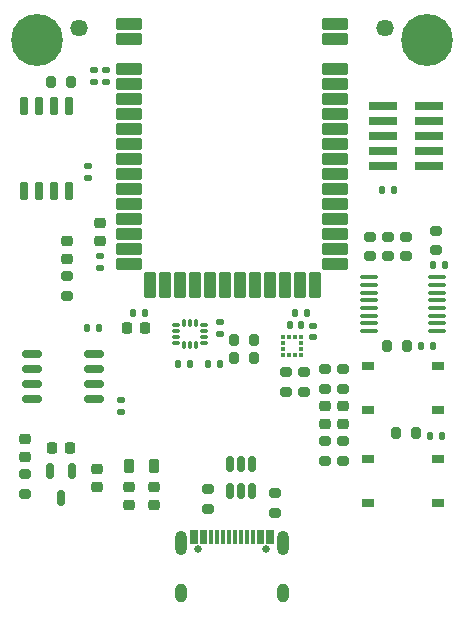
<source format=gbr>
%TF.GenerationSoftware,KiCad,Pcbnew,8.0.0*%
%TF.CreationDate,2024-05-19T21:12:01-04:00*%
%TF.ProjectId,nrf52-module-usb-carrier-hw,6e726635-322d-46d6-9f64-756c652d7573,rev?*%
%TF.SameCoordinates,PX5544200PY68a5100*%
%TF.FileFunction,Soldermask,Top*%
%TF.FilePolarity,Negative*%
%FSLAX46Y46*%
G04 Gerber Fmt 4.6, Leading zero omitted, Abs format (unit mm)*
G04 Created by KiCad (PCBNEW 8.0.0) date 2024-05-19 21:12:01*
%MOMM*%
%LPD*%
G01*
G04 APERTURE LIST*
G04 Aperture macros list*
%AMRoundRect*
0 Rectangle with rounded corners*
0 $1 Rounding radius*
0 $2 $3 $4 $5 $6 $7 $8 $9 X,Y pos of 4 corners*
0 Add a 4 corners polygon primitive as box body*
4,1,4,$2,$3,$4,$5,$6,$7,$8,$9,$2,$3,0*
0 Add four circle primitives for the rounded corners*
1,1,$1+$1,$2,$3*
1,1,$1+$1,$4,$5*
1,1,$1+$1,$6,$7*
1,1,$1+$1,$8,$9*
0 Add four rect primitives between the rounded corners*
20,1,$1+$1,$2,$3,$4,$5,0*
20,1,$1+$1,$4,$5,$6,$7,0*
20,1,$1+$1,$6,$7,$8,$9,0*
20,1,$1+$1,$8,$9,$2,$3,0*%
G04 Aperture macros list end*
%ADD10RoundRect,0.102000X-1.000000X-0.400000X1.000000X-0.400000X1.000000X0.400000X-1.000000X0.400000X0*%
%ADD11RoundRect,0.102000X-0.400000X-1.000000X0.400000X-1.000000X0.400000X1.000000X-0.400000X1.000000X0*%
%ADD12C,0.650000*%
%ADD13R,0.300000X1.150000*%
%ADD14O,1.000000X2.100000*%
%ADD15O,1.000000X1.600000*%
%ADD16RoundRect,0.225000X0.250000X-0.225000X0.250000X0.225000X-0.250000X0.225000X-0.250000X-0.225000X0*%
%ADD17RoundRect,0.200000X-0.200000X-0.275000X0.200000X-0.275000X0.200000X0.275000X-0.200000X0.275000X0*%
%ADD18RoundRect,0.200000X0.275000X-0.200000X0.275000X0.200000X-0.275000X0.200000X-0.275000X-0.200000X0*%
%ADD19RoundRect,0.200000X-0.275000X0.200000X-0.275000X-0.200000X0.275000X-0.200000X0.275000X0.200000X0*%
%ADD20C,4.400000*%
%ADD21RoundRect,0.225000X-0.250000X0.225000X-0.250000X-0.225000X0.250000X-0.225000X0.250000X0.225000X0*%
%ADD22RoundRect,0.140000X0.170000X-0.140000X0.170000X0.140000X-0.170000X0.140000X-0.170000X-0.140000X0*%
%ADD23RoundRect,0.140000X-0.140000X-0.170000X0.140000X-0.170000X0.140000X0.170000X-0.140000X0.170000X0*%
%ADD24RoundRect,0.150000X-0.150000X0.650000X-0.150000X-0.650000X0.150000X-0.650000X0.150000X0.650000X0*%
%ADD25C,1.457960*%
%ADD26RoundRect,0.150000X-0.675000X-0.150000X0.675000X-0.150000X0.675000X0.150000X-0.675000X0.150000X0*%
%ADD27R,2.400000X0.740000*%
%ADD28RoundRect,0.218750X-0.256250X0.218750X-0.256250X-0.218750X0.256250X-0.218750X0.256250X0.218750X0*%
%ADD29RoundRect,0.100000X-0.637500X-0.100000X0.637500X-0.100000X0.637500X0.100000X-0.637500X0.100000X0*%
%ADD30RoundRect,0.218750X0.256250X-0.218750X0.256250X0.218750X-0.256250X0.218750X-0.256250X-0.218750X0*%
%ADD31R,1.000000X0.750000*%
%ADD32RoundRect,0.150000X-0.150000X0.512500X-0.150000X-0.512500X0.150000X-0.512500X0.150000X0.512500X0*%
%ADD33RoundRect,0.218750X0.218750X0.381250X-0.218750X0.381250X-0.218750X-0.381250X0.218750X-0.381250X0*%
%ADD34RoundRect,0.135000X-0.135000X-0.185000X0.135000X-0.185000X0.135000X0.185000X-0.135000X0.185000X0*%
%ADD35R,0.375000X0.350000*%
%ADD36R,0.350000X0.375000*%
%ADD37RoundRect,0.140000X-0.170000X0.140000X-0.170000X-0.140000X0.170000X-0.140000X0.170000X0.140000X0*%
%ADD38RoundRect,0.150000X0.150000X-0.512500X0.150000X0.512500X-0.150000X0.512500X-0.150000X-0.512500X0*%
%ADD39RoundRect,0.225000X0.225000X0.250000X-0.225000X0.250000X-0.225000X-0.250000X0.225000X-0.250000X0*%
%ADD40RoundRect,0.225000X-0.225000X-0.250000X0.225000X-0.250000X0.225000X0.250000X-0.225000X0.250000X0*%
%ADD41RoundRect,0.140000X0.140000X0.170000X-0.140000X0.170000X-0.140000X-0.170000X0.140000X-0.170000X0*%
%ADD42RoundRect,0.200000X0.200000X0.275000X-0.200000X0.275000X-0.200000X-0.275000X0.200000X-0.275000X0*%
%ADD43RoundRect,0.135000X0.185000X-0.135000X0.185000X0.135000X-0.185000X0.135000X-0.185000X-0.135000X0*%
%ADD44RoundRect,0.087500X-0.225000X-0.087500X0.225000X-0.087500X0.225000X0.087500X-0.225000X0.087500X0*%
%ADD45RoundRect,0.087500X-0.087500X-0.225000X0.087500X-0.225000X0.087500X0.225000X-0.087500X0.225000X0*%
G04 APERTURE END LIST*
D10*
%TO.C,U4*%
X10300000Y49625000D03*
X10300000Y48355000D03*
X10320000Y45815000D03*
X10320000Y44545000D03*
X10320000Y43275000D03*
X10320000Y42005000D03*
X10320000Y40735000D03*
X10320000Y39465000D03*
X10320000Y38195000D03*
X10320000Y36925000D03*
X10320000Y35655000D03*
X10320000Y34385000D03*
X10320000Y33115000D03*
X10320000Y31845000D03*
X10320000Y30575000D03*
X10320000Y29305000D03*
D11*
X12065000Y27560000D03*
X13335000Y27560000D03*
X14605000Y27560000D03*
X15875000Y27560000D03*
X17145000Y27560000D03*
X18415000Y27560000D03*
X19685000Y27560000D03*
X20955000Y27560000D03*
X22225000Y27560000D03*
X23495000Y27560000D03*
X24765000Y27560000D03*
X26035000Y27560000D03*
D10*
X27780000Y29305000D03*
X27780000Y30575000D03*
X27780000Y31845000D03*
X27780000Y33115000D03*
X27780000Y34385000D03*
X27780000Y35655000D03*
X27780000Y36925000D03*
X27780000Y38195000D03*
X27780000Y39465000D03*
X27780000Y40735000D03*
X27780000Y42005000D03*
X27780000Y43275000D03*
X27780000Y44545000D03*
X27780000Y45815000D03*
X27800000Y48355000D03*
X27800000Y49625000D03*
%TD*%
D12*
%TO.C,J1*%
X16160000Y5145000D03*
X21940000Y5145000D03*
D13*
X15700000Y6210000D03*
X16500000Y6210000D03*
X17800000Y6210000D03*
X18800000Y6210000D03*
X19300000Y6210000D03*
X20300000Y6210000D03*
X21600000Y6210000D03*
X22400000Y6210000D03*
X22100000Y6210000D03*
X21300000Y6210000D03*
X20800000Y6210000D03*
X19800000Y6210000D03*
X18300000Y6210000D03*
X17300000Y6210000D03*
X16800000Y6210000D03*
X16000000Y6210000D03*
D14*
X14730000Y5645000D03*
D15*
X14730000Y1465000D03*
D14*
X23370000Y5645000D03*
D15*
X23370000Y1465000D03*
%TD*%
D16*
%TO.C,C3*%
X7620000Y10401000D03*
X7620000Y11951000D03*
%TD*%
D17*
%TO.C,R10*%
X19241000Y21336000D03*
X20891000Y21336000D03*
%TD*%
D18*
%TO.C,R8*%
X23622000Y18479000D03*
X23622000Y20129000D03*
%TD*%
D19*
%TO.C,R15*%
X30707000Y31613000D03*
X30707000Y29963000D03*
%TD*%
%TO.C,R12*%
X36322000Y32121000D03*
X36322000Y30471000D03*
%TD*%
D20*
%TO.C,H3*%
X2540000Y48260000D03*
%TD*%
D21*
%TO.C,C12*%
X7874000Y32779000D03*
X7874000Y31229000D03*
%TD*%
D22*
%TO.C,C11*%
X7366000Y44732000D03*
X7366000Y45692000D03*
%TD*%
D23*
%TO.C,C20*%
X35080000Y22352000D03*
X36040000Y22352000D03*
%TD*%
D24*
%TO.C,U6*%
X5207000Y42716000D03*
X3937000Y42716000D03*
X2667000Y42716000D03*
X1397000Y42716000D03*
X1397000Y35516000D03*
X2667000Y35516000D03*
X3937000Y35516000D03*
X5207000Y35516000D03*
%TD*%
D17*
%TO.C,R16*%
X32195000Y22352000D03*
X33845000Y22352000D03*
%TD*%
D18*
%TO.C,R9*%
X25146000Y18479000D03*
X25146000Y20129000D03*
%TD*%
D23*
%TO.C,C14*%
X14506000Y20828000D03*
X15466000Y20828000D03*
%TD*%
D19*
%TO.C,R21*%
X28448000Y14287000D03*
X28448000Y12637000D03*
%TD*%
D25*
%TO.C,H1*%
X6096000Y49276000D03*
%TD*%
D17*
%TO.C,R17*%
X32957000Y14986000D03*
X34607000Y14986000D03*
%TD*%
D26*
%TO.C,U3*%
X2116000Y21717000D03*
X2116000Y20447000D03*
X2116000Y19177000D03*
X2116000Y17907000D03*
X7366000Y17907000D03*
X7366000Y19177000D03*
X7366000Y20447000D03*
X7366000Y21717000D03*
%TD*%
D27*
%TO.C,J2*%
X31832000Y42672000D03*
X35732000Y42672000D03*
X31832000Y41402000D03*
X35732000Y41402000D03*
X31832000Y40132000D03*
X35732000Y40132000D03*
X31832000Y38862000D03*
X35732000Y38862000D03*
X31832000Y37592000D03*
X35732000Y37592000D03*
%TD*%
D28*
%TO.C,D3*%
X26924000Y17297500D03*
X26924000Y15722500D03*
%TD*%
D23*
%TO.C,C5*%
X7761000Y23876000D03*
X6801000Y23876000D03*
%TD*%
D29*
%TO.C,U8*%
X30665500Y28183000D03*
X30665500Y27533000D03*
X30665500Y26883000D03*
X30665500Y26233000D03*
X30665500Y25583000D03*
X30665500Y24933000D03*
X30665500Y24283000D03*
X30665500Y23633000D03*
X36390500Y23633000D03*
X36390500Y24283000D03*
X36390500Y24933000D03*
X36390500Y25583000D03*
X36390500Y26233000D03*
X36390500Y26883000D03*
X36390500Y27533000D03*
X36390500Y28183000D03*
%TD*%
D30*
%TO.C,D1*%
X1524000Y12948500D03*
X1524000Y14523500D03*
%TD*%
D21*
%TO.C,C1*%
X12446000Y10427000D03*
X12446000Y8877000D03*
%TD*%
D31*
%TO.C,SW2*%
X30528000Y12797000D03*
X36528000Y12797000D03*
X30528000Y9047000D03*
X36528000Y9047000D03*
%TD*%
D32*
%TO.C,U1*%
X5522000Y11805500D03*
X3622000Y11805500D03*
X4572000Y9530500D03*
%TD*%
D33*
%TO.C,FB1*%
X12446000Y12192000D03*
X10321000Y12192000D03*
%TD*%
D34*
%TO.C,R5*%
X31746000Y35560000D03*
X32766000Y35560000D03*
%TD*%
D35*
%TO.C,U7*%
X24892500Y21602000D03*
X24892500Y22102000D03*
X24892500Y22602000D03*
X24892500Y23102000D03*
D36*
X24380000Y23114500D03*
X23880000Y23114500D03*
D35*
X23367500Y23102000D03*
X23367500Y22602000D03*
X23367500Y22102000D03*
X23367500Y21602000D03*
D36*
X23880000Y21589500D03*
X24380000Y21589500D03*
%TD*%
D28*
%TO.C,D4*%
X28448000Y17297500D03*
X28448000Y15722500D03*
%TD*%
D37*
%TO.C,C9*%
X7874000Y29944000D03*
X7874000Y28984000D03*
%TD*%
D22*
%TO.C,C18*%
X25936500Y23130000D03*
X25936500Y24090000D03*
%TD*%
D38*
%TO.C,U2*%
X18864000Y10101000D03*
X19814000Y10101000D03*
X20764000Y10101000D03*
X20764000Y12376000D03*
X19814000Y12376000D03*
X18864000Y12376000D03*
%TD*%
D18*
%TO.C,R4*%
X5080000Y26607000D03*
X5080000Y28257000D03*
%TD*%
D19*
%TO.C,R19*%
X28448000Y20383000D03*
X28448000Y18733000D03*
%TD*%
D22*
%TO.C,C10*%
X8382000Y44732000D03*
X8382000Y45692000D03*
%TD*%
D37*
%TO.C,C6*%
X9652000Y17752000D03*
X9652000Y16792000D03*
%TD*%
D18*
%TO.C,R3*%
X17018000Y8573000D03*
X17018000Y10223000D03*
%TD*%
D19*
%TO.C,R18*%
X26924000Y20383000D03*
X26924000Y18733000D03*
%TD*%
D17*
%TO.C,R6*%
X3747000Y44704000D03*
X5397000Y44704000D03*
%TD*%
D19*
%TO.C,R13*%
X32231000Y31613000D03*
X32231000Y29963000D03*
%TD*%
D23*
%TO.C,C17*%
X25372000Y25134000D03*
X24412000Y25134000D03*
%TD*%
D25*
%TO.C,H2*%
X32004000Y49276000D03*
%TD*%
D31*
%TO.C,SW1*%
X30528000Y20671000D03*
X36528000Y20671000D03*
X30528000Y16921000D03*
X36528000Y16921000D03*
%TD*%
D39*
%TO.C,C8*%
X11697000Y23876000D03*
X10147000Y23876000D03*
%TD*%
D21*
%TO.C,C2*%
X10287000Y10427000D03*
X10287000Y8877000D03*
%TD*%
D18*
%TO.C,R1*%
X1524000Y9843000D03*
X1524000Y11493000D03*
%TD*%
D23*
%TO.C,C16*%
X23932500Y24118000D03*
X24892500Y24118000D03*
%TD*%
D22*
%TO.C,C15*%
X6858000Y36604000D03*
X6858000Y37564000D03*
%TD*%
D18*
%TO.C,R2*%
X22671000Y8260000D03*
X22671000Y9910000D03*
%TD*%
D19*
%TO.C,R20*%
X26924000Y14287000D03*
X26924000Y12637000D03*
%TD*%
D40*
%TO.C,C4*%
X3797000Y13716000D03*
X5347000Y13716000D03*
%TD*%
D41*
%TO.C,C7*%
X11656000Y25146000D03*
X10696000Y25146000D03*
%TD*%
D18*
%TO.C,R14*%
X33755000Y29963000D03*
X33755000Y31613000D03*
%TD*%
D42*
%TO.C,R11*%
X20891000Y22860000D03*
X19241000Y22860000D03*
%TD*%
D41*
%TO.C,C13*%
X18006000Y20828000D03*
X17046000Y20828000D03*
%TD*%
D43*
%TO.C,R7*%
X18034000Y23366000D03*
X18034000Y24386000D03*
%TD*%
D41*
%TO.C,C19*%
X37056000Y29264000D03*
X36096000Y29264000D03*
%TD*%
D44*
%TO.C,U5*%
X14331500Y24118000D03*
X14331500Y23618000D03*
X14331500Y23118000D03*
X14331500Y22618000D03*
D45*
X14994000Y22455500D03*
X15494000Y22455500D03*
X15994000Y22455500D03*
D44*
X16656500Y22618000D03*
X16656500Y23118000D03*
X16656500Y23618000D03*
X16656500Y24118000D03*
D45*
X15994000Y24280500D03*
X15494000Y24280500D03*
X14994000Y24280500D03*
%TD*%
D30*
%TO.C,D2*%
X5080000Y29692500D03*
X5080000Y31267500D03*
%TD*%
D20*
%TO.C,H4*%
X35560000Y48260000D03*
%TD*%
D23*
%TO.C,C21*%
X35842000Y14732000D03*
X36802000Y14732000D03*
%TD*%
M02*

</source>
